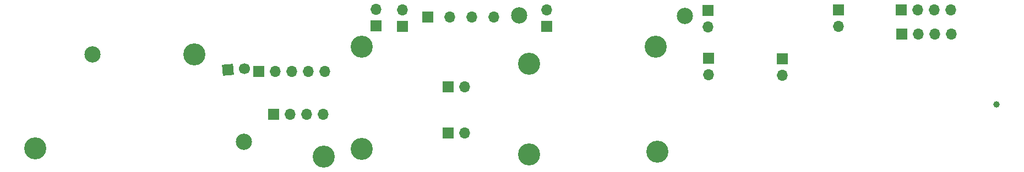
<source format=gbr>
%TF.GenerationSoftware,KiCad,Pcbnew,8.0.0*%
%TF.CreationDate,2024-10-27T16:20:46-07:00*%
%TF.ProjectId,sled,736c6564-2e6b-4696-9361-645f70636258,rev?*%
%TF.SameCoordinates,Original*%
%TF.FileFunction,Soldermask,Bot*%
%TF.FilePolarity,Negative*%
%FSLAX46Y46*%
G04 Gerber Fmt 4.6, Leading zero omitted, Abs format (unit mm)*
G04 Created by KiCad (PCBNEW 8.0.0) date 2024-10-27 16:20:46*
%MOMM*%
%LPD*%
G01*
G04 APERTURE LIST*
G04 Aperture macros list*
%AMHorizOval*
0 Thick line with rounded ends*
0 $1 width*
0 $2 $3 position (X,Y) of the first rounded end (center of the circle)*
0 $4 $5 position (X,Y) of the second rounded end (center of the circle)*
0 Add line between two ends*
20,1,$1,$2,$3,$4,$5,0*
0 Add two circle primitives to create the rounded ends*
1,1,$1,$2,$3*
1,1,$1,$4,$5*%
%AMRotRect*
0 Rectangle, with rotation*
0 The origin of the aperture is its center*
0 $1 length*
0 $2 width*
0 $3 Rotation angle, in degrees counterclockwise*
0 Add horizontal line*
21,1,$1,$2,0,0,$3*%
G04 Aperture macros list end*
%ADD10R,1.700000X1.700000*%
%ADD11O,1.700000X1.700000*%
%ADD12C,3.400000*%
%ADD13C,1.000000*%
%ADD14C,2.500000*%
%ADD15RotRect,1.700000X1.700000X95.000000*%
%ADD16HorizOval,1.700000X0.000000X0.000000X0.000000X0.000000X0*%
G04 APERTURE END LIST*
D10*
%TO.C,SW1*%
X221828200Y-57962800D03*
D11*
X224368200Y-57962800D03*
X226908200Y-57962800D03*
X229448200Y-57962800D03*
%TD*%
D10*
%TO.C,J11*%
X152064800Y-73207800D03*
D11*
X154604800Y-73207800D03*
%TD*%
D12*
%TO.C,H7*%
X132943600Y-76860400D03*
%TD*%
D13*
%TO.C,H14*%
X236400000Y-68800000D03*
%TD*%
D10*
%TO.C,J2*%
X125196600Y-70332600D03*
D11*
X127736600Y-70332600D03*
X130276600Y-70332600D03*
X132816600Y-70332600D03*
%TD*%
D10*
%TO.C,J1*%
X122915600Y-63672800D03*
D11*
X125455600Y-63672800D03*
X127995600Y-63672800D03*
X130535600Y-63672800D03*
X133075600Y-63672800D03*
%TD*%
D10*
%TO.C,J10*%
X212115400Y-54249400D03*
D11*
X212115400Y-56789400D03*
%TD*%
D10*
%TO.C,J5*%
X152039400Y-66070400D03*
D11*
X154579400Y-66070400D03*
%TD*%
D14*
%TO.C,H1*%
X97358200Y-61061600D03*
%TD*%
D12*
%TO.C,H10*%
X138734800Y-75666600D03*
%TD*%
D10*
%TO.C,BT3*%
X141000000Y-56686200D03*
D11*
X141000000Y-54146200D03*
%TD*%
D10*
%TO.C,J4*%
X148902000Y-55346600D03*
D11*
X152302000Y-55346600D03*
X155702000Y-55346600D03*
X159102000Y-55346600D03*
%TD*%
D10*
%TO.C,BT1*%
X203454000Y-61742400D03*
D11*
X203454000Y-64282400D03*
%TD*%
D10*
%TO.C,J9*%
X192000000Y-54279800D03*
D11*
X192000000Y-56819800D03*
%TD*%
D12*
%TO.C,H5*%
X88595200Y-75514200D03*
%TD*%
D10*
%TO.C,BT2*%
X145000000Y-56775000D03*
D11*
X145000000Y-54235000D03*
%TD*%
D12*
%TO.C,H9*%
X164490400Y-62484000D03*
%TD*%
D10*
%TO.C,J8*%
X192100200Y-61666200D03*
D11*
X192100200Y-64206200D03*
%TD*%
D12*
%TO.C,H11*%
X183997600Y-59918600D03*
%TD*%
%TO.C,H13*%
X164541200Y-76454000D03*
%TD*%
%TO.C,H12*%
X184200800Y-76073000D03*
%TD*%
D10*
%TO.C,SW2*%
X221777400Y-54244400D03*
D11*
X224317400Y-54244400D03*
X226857400Y-54244400D03*
X229397400Y-54244400D03*
%TD*%
D14*
%TO.C,H2*%
X120650000Y-74559400D03*
%TD*%
D12*
%TO.C,H8*%
X138785600Y-59867800D03*
%TD*%
D10*
%TO.C,BT4*%
X167182800Y-56769000D03*
D11*
X167182800Y-54229000D03*
%TD*%
D14*
%TO.C,H3*%
X163000000Y-55092600D03*
%TD*%
D12*
%TO.C,H6*%
X113030000Y-61087000D03*
%TD*%
D14*
%TO.C,H4*%
X188500000Y-55118000D03*
%TD*%
D15*
%TO.C,J7*%
X118186200Y-63474600D03*
D16*
X120716536Y-63253224D03*
%TD*%
M02*

</source>
